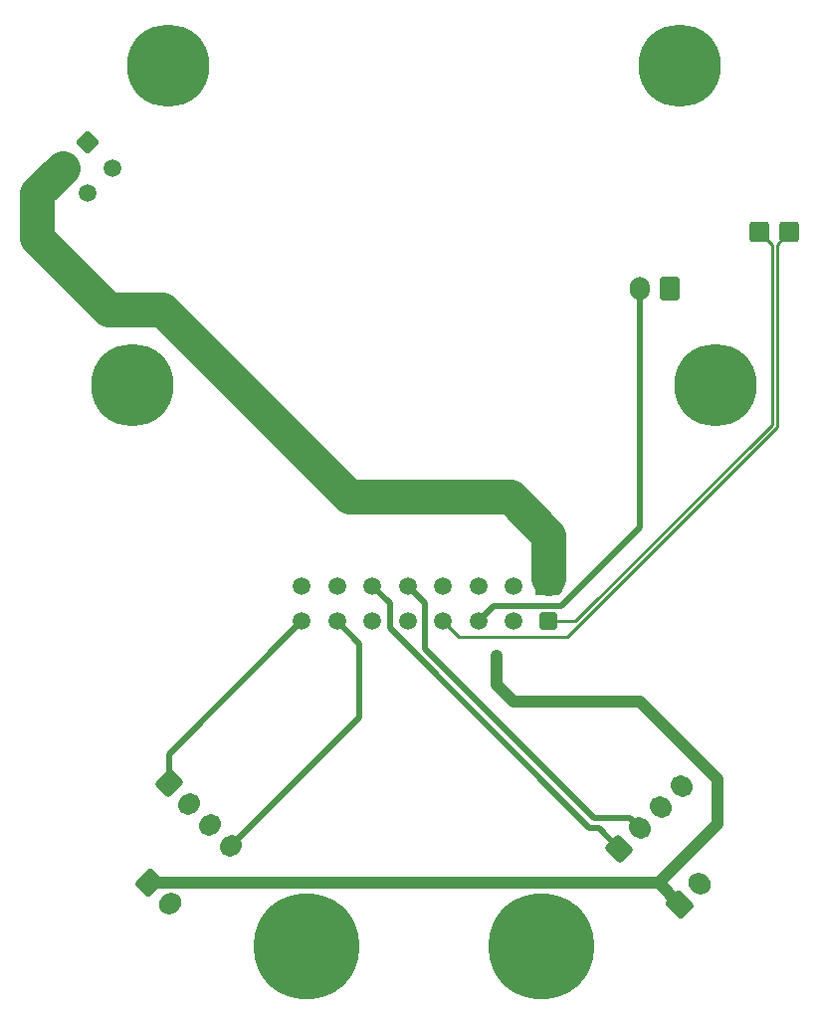
<source format=gbr>
%TF.GenerationSoftware,KiCad,Pcbnew,(6.0.8)*%
%TF.CreationDate,2023-01-17T07:54:29-05:00*%
%TF.ProjectId,K1+K2 Carabiner for Round Heatsinks,4b312b4b-3220-4436-9172-6162696e6572,rev?*%
%TF.SameCoordinates,Original*%
%TF.FileFunction,Copper,L1,Top*%
%TF.FilePolarity,Positive*%
%FSLAX46Y46*%
G04 Gerber Fmt 4.6, Leading zero omitted, Abs format (unit mm)*
G04 Created by KiCad (PCBNEW (6.0.8)) date 2023-01-17 07:54:29*
%MOMM*%
%LPD*%
G01*
G04 APERTURE LIST*
G04 Aperture macros list*
%AMRoundRect*
0 Rectangle with rounded corners*
0 $1 Rounding radius*
0 $2 $3 $4 $5 $6 $7 $8 $9 X,Y pos of 4 corners*
0 Add a 4 corners polygon primitive as box body*
4,1,4,$2,$3,$4,$5,$6,$7,$8,$9,$2,$3,0*
0 Add four circle primitives for the rounded corners*
1,1,$1+$1,$2,$3*
1,1,$1+$1,$4,$5*
1,1,$1+$1,$6,$7*
1,1,$1+$1,$8,$9*
0 Add four rect primitives between the rounded corners*
20,1,$1+$1,$2,$3,$4,$5,0*
20,1,$1+$1,$4,$5,$6,$7,0*
20,1,$1+$1,$6,$7,$8,$9,0*
20,1,$1+$1,$8,$9,$2,$3,0*%
%AMHorizOval*
0 Thick line with rounded ends*
0 $1 width*
0 $2 $3 position (X,Y) of the first rounded end (center of the circle)*
0 $4 $5 position (X,Y) of the second rounded end (center of the circle)*
0 Add line between two ends*
20,1,$1,$2,$3,$4,$5,0*
0 Add two circle primitives to create the rounded ends*
1,1,$1,$2,$3*
1,1,$1,$4,$5*%
G04 Aperture macros list end*
%TA.AperFunction,ComponentPad*%
%ADD10RoundRect,0.250000X-0.954594X-0.106066X-0.106066X-0.954594X0.954594X0.106066X0.106066X0.954594X0*%
%TD*%
%TA.AperFunction,ComponentPad*%
%ADD11HorizOval,1.700000X-0.106066X-0.106066X0.106066X0.106066X0*%
%TD*%
%TA.AperFunction,ComponentPad*%
%ADD12RoundRect,0.250000X0.088388X-0.936916X0.936916X-0.088388X-0.088388X0.936916X-0.936916X0.088388X0*%
%TD*%
%TA.AperFunction,ComponentPad*%
%ADD13HorizOval,1.700000X-0.088388X0.088388X0.088388X-0.088388X0*%
%TD*%
%TA.AperFunction,ComponentPad*%
%ADD14RoundRect,0.250001X0.499999X0.499999X-0.499999X0.499999X-0.499999X-0.499999X0.499999X-0.499999X0*%
%TD*%
%TA.AperFunction,ComponentPad*%
%ADD15C,1.500000*%
%TD*%
%TA.AperFunction,ComponentPad*%
%ADD16RoundRect,0.297500X-0.552500X-0.577500X0.552500X-0.577500X0.552500X0.577500X-0.552500X0.577500X0*%
%TD*%
%TA.AperFunction,ComponentPad*%
%ADD17C,7.000000*%
%TD*%
%TA.AperFunction,ComponentPad*%
%ADD18C,9.000000*%
%TD*%
%TA.AperFunction,ComponentPad*%
%ADD19RoundRect,0.250000X-0.936916X-0.088388X-0.088388X-0.936916X0.936916X0.088388X0.088388X0.936916X0*%
%TD*%
%TA.AperFunction,ComponentPad*%
%ADD20HorizOval,1.700000X-0.088388X-0.088388X0.088388X0.088388X0*%
%TD*%
%TA.AperFunction,ComponentPad*%
%ADD21RoundRect,0.250000X0.600000X0.750000X-0.600000X0.750000X-0.600000X-0.750000X0.600000X-0.750000X0*%
%TD*%
%TA.AperFunction,ComponentPad*%
%ADD22O,1.700000X2.000000*%
%TD*%
%TA.AperFunction,ComponentPad*%
%ADD23RoundRect,0.250000X0.106066X-0.954594X0.954594X-0.106066X-0.106066X0.954594X-0.954594X0.106066X0*%
%TD*%
%TA.AperFunction,ComponentPad*%
%ADD24HorizOval,1.700000X-0.106066X0.106066X0.106066X-0.106066X0*%
%TD*%
%TA.AperFunction,ComponentPad*%
%ADD25RoundRect,0.250001X0.000000X0.707105X-0.707105X0.000000X0.000000X-0.707105X0.707105X0.000000X0*%
%TD*%
%TA.AperFunction,ViaPad*%
%ADD26C,1.000000*%
%TD*%
%TA.AperFunction,Conductor*%
%ADD27C,1.000000*%
%TD*%
%TA.AperFunction,Conductor*%
%ADD28C,0.500000*%
%TD*%
%TA.AperFunction,Conductor*%
%ADD29C,0.250000*%
%TD*%
%TA.AperFunction,Conductor*%
%ADD30C,3.000000*%
%TD*%
G04 APERTURE END LIST*
D10*
%TO.P,P_CF2,1,Pin_1*%
%TO.N,AltVolt*%
X38735000Y-104775000D03*
D11*
%TO.P,P_CF2,2,Pin_2*%
%TO.N,PcFanGnd*%
X40502767Y-106542767D03*
%TD*%
D12*
%TO.P,EStepper1,1,Pin_1*%
%TO.N,Stepper2B*%
X78740000Y-101854000D03*
D13*
%TO.P,EStepper1,2,Pin_2*%
%TO.N,Stepper2A*%
X80507767Y-100086233D03*
%TO.P,EStepper1,3,Pin_3*%
%TO.N,Stepper1B*%
X82275534Y-98318466D03*
%TO.P,EStepper1,4,Pin_4*%
%TO.N,Stepper1A*%
X84043301Y-96550699D03*
%TD*%
D14*
%TO.P,Carabiner_Input1,1,Pin_1*%
%TO.N,ThChamber*%
X72730000Y-82500000D03*
D15*
%TO.P,Carabiner_Input1,2,Pin_2*%
%TO.N,PcFanGnd*%
X69730000Y-82500000D03*
%TO.P,Carabiner_Input1,3,Pin_3*%
%TO.N,HotendFanGnd*%
X66730000Y-82500000D03*
%TO.P,Carabiner_Input1,4,Pin_4*%
%TO.N,ThCommonGnd*%
X63730000Y-82500000D03*
%TO.P,Carabiner_Input1,5,Pin_5*%
%TO.N,Stepper1A*%
X60730000Y-82500000D03*
%TO.P,Carabiner_Input1,6,Pin_6*%
%TO.N,Stepper1B*%
X57730000Y-82500000D03*
%TO.P,Carabiner_Input1,7,Pin_7*%
%TO.N,A1*%
X54730000Y-82500000D03*
%TO.P,Carabiner_Input1,8,Pin_8*%
%TO.N,A4*%
X51730000Y-82500000D03*
%TO.P,Carabiner_Input1,9,Pin_9*%
%TO.N,HotendVoltage*%
X72730000Y-79500000D03*
%TO.P,Carabiner_Input1,10,Pin_10*%
%TO.N,HotendNeg*%
X69730000Y-79500000D03*
%TO.P,Carabiner_Input1,11,Pin_11*%
%TO.N,AltVolt*%
X66730000Y-79500000D03*
%TO.P,Carabiner_Input1,12,Pin_12*%
%TO.N,ThHotend*%
X63730000Y-79500000D03*
%TO.P,Carabiner_Input1,13,Pin_13*%
%TO.N,Stepper2A*%
X60730000Y-79500000D03*
%TO.P,Carabiner_Input1,14,Pin_14*%
%TO.N,Stepper2B*%
X57730000Y-79500000D03*
%TO.P,Carabiner_Input1,15,Pin_15*%
%TO.N,A2-*%
X54730000Y-79500000D03*
%TO.P,Carabiner_Input1,16,Pin_16*%
%TO.N,A2+*%
X51730000Y-79500000D03*
%TD*%
D16*
%TO.P,ChamberTh1,1,Pin_1*%
%TO.N,ThChamber*%
X90678000Y-49403000D03*
%TO.P,ChamberTh1,2,Pin_2*%
%TO.N,ThCommonGnd*%
X93218000Y-49403000D03*
%TD*%
D17*
%TO.P,H5,1*%
%TO.N,N/C*%
X37287074Y-62414644D03*
%TD*%
D18*
%TO.P,H1,1*%
%TO.N,N/C*%
X52106522Y-110180268D03*
%TD*%
D17*
%TO.P,H4,1*%
%TO.N,N/C*%
X86925970Y-62414644D03*
%TD*%
%TO.P,H3,1*%
%TO.N,N/C*%
X83856522Y-35180268D03*
%TD*%
%TO.P,H6,1*%
%TO.N,N/C*%
X40356522Y-35180268D03*
%TD*%
D19*
%TO.P,ZBeacon1,1,Pin_1*%
%TO.N,A4*%
X40391581Y-96291119D03*
D20*
%TO.P,ZBeacon1,2,Pin_2*%
%TO.N,A2+*%
X42159348Y-98058886D03*
%TO.P,ZBeacon1,3,Pin_3*%
%TO.N,A2-*%
X43927115Y-99826653D03*
%TO.P,ZBeacon1,4,Pin_4*%
%TO.N,A1*%
X45694882Y-101594420D03*
%TD*%
D18*
%TO.P,H2,1*%
%TO.N,N/C*%
X72106522Y-110180268D03*
%TD*%
D21*
%TO.P,HE_CF1,1,Pin_1*%
%TO.N,AltVolt*%
X83018000Y-54229000D03*
D22*
%TO.P,HE_CF1,2,Pin_2*%
%TO.N,HotendFanGnd*%
X80518000Y-54229000D03*
%TD*%
D23*
%TO.P,P_CF1,1,Pin_1*%
%TO.N,AltVolt*%
X83834886Y-106557653D03*
D24*
%TO.P,P_CF1,2,Pin_2*%
%TO.N,PcFanGnd*%
X85602653Y-104789886D03*
%TD*%
D25*
%TO.P,Th+He1,1,Pin_1*%
%TO.N,HotendNeg*%
X33488551Y-41781231D03*
D15*
%TO.P,Th+He1,2,Pin_2*%
%TO.N,HotendVoltage*%
X31367231Y-43902551D03*
%TO.P,Th+He1,3,Pin_3*%
%TO.N,ThHotend*%
X35609871Y-43902551D03*
%TO.P,Th+He1,4,Pin_4*%
%TO.N,ThCommonGnd*%
X33488551Y-46023872D03*
%TD*%
D26*
%TO.N,AltVolt*%
X68300000Y-85400000D03*
%TD*%
D27*
%TO.N,AltVolt*%
X87100000Y-95900000D02*
X87100000Y-99700000D01*
X69700000Y-89300000D02*
X80500000Y-89300000D01*
X82052233Y-104747767D02*
X87100000Y-99700000D01*
X68300000Y-85400000D02*
X68300000Y-87900000D01*
X68300000Y-87900000D02*
X69700000Y-89300000D01*
X82052233Y-104775000D02*
X38735000Y-104775000D01*
X83834886Y-106557653D02*
X82052233Y-104775000D01*
X80500000Y-89300000D02*
X87100000Y-95900000D01*
X82052233Y-104775000D02*
X82052233Y-104747767D01*
D28*
%TO.N,HotendFanGnd*%
X68030000Y-81200000D02*
X73800000Y-81200000D01*
X80518000Y-74482000D02*
X80518000Y-54229000D01*
X66730000Y-82500000D02*
X68030000Y-81200000D01*
X73800000Y-81200000D02*
X80518000Y-74482000D01*
D29*
%TO.N,ThChamber*%
X91700000Y-65800000D02*
X91700000Y-50425000D01*
X75000000Y-82500000D02*
X91700000Y-65800000D01*
X91700000Y-50425000D02*
X90678000Y-49403000D01*
X72730000Y-82500000D02*
X75000000Y-82500000D01*
%TO.N,ThCommonGnd*%
X74318198Y-83818198D02*
X92150000Y-65986396D01*
X63730000Y-82500000D02*
X65048198Y-83818198D01*
X65048198Y-83818198D02*
X74318198Y-83818198D01*
X92150000Y-50471000D02*
X93218000Y-49403000D01*
X92150000Y-65986396D02*
X92150000Y-50471000D01*
D28*
%TO.N,A1*%
X45694882Y-101594420D02*
X56642000Y-90647302D01*
X56642000Y-84412000D02*
X54730000Y-82500000D01*
X56642000Y-90647302D02*
X56642000Y-84412000D01*
%TO.N,A4*%
X40391581Y-93838419D02*
X51730000Y-82500000D01*
X40391581Y-96291119D02*
X40391581Y-93838419D01*
D30*
%TO.N,HotendVoltage*%
X72730000Y-75143000D02*
X72730000Y-78830000D01*
X31367231Y-43902551D02*
X29200000Y-46069782D01*
X55753000Y-71882000D02*
X69469000Y-71882000D01*
X69469000Y-71882000D02*
X72730000Y-75143000D01*
X35306000Y-56007000D02*
X39878000Y-56007000D01*
X39878000Y-56007000D02*
X55753000Y-71882000D01*
X29200000Y-46069782D02*
X29200000Y-49901000D01*
X29200000Y-49901000D02*
X35306000Y-56007000D01*
D28*
%TO.N,Stepper2B*%
X78740000Y-101854000D02*
X78740000Y-101840000D01*
X78740000Y-101840000D02*
X77000000Y-100100000D01*
X59200000Y-80970000D02*
X57730000Y-79500000D01*
X76200000Y-100100000D02*
X59200000Y-83100000D01*
X77000000Y-100100000D02*
X76200000Y-100100000D01*
X59200000Y-83100000D02*
X59200000Y-80970000D01*
%TO.N,Stepper2A*%
X62200000Y-84827208D02*
X76572792Y-99200000D01*
X76572792Y-99200000D02*
X79621534Y-99200000D01*
X62200000Y-80970000D02*
X62200000Y-84827208D01*
X79621534Y-99200000D02*
X80507767Y-100086233D01*
X60730000Y-79500000D02*
X62200000Y-80970000D01*
%TD*%
%TA.AperFunction,Conductor*%
%TO.N,HotendVoltage*%
G36*
X73842121Y-77120002D02*
G01*
X73888614Y-77173658D01*
X73900000Y-77226000D01*
X73900000Y-79845022D01*
X73879998Y-79913143D01*
X73863095Y-79934117D01*
X73534117Y-80263095D01*
X73471805Y-80297121D01*
X73445022Y-80300000D01*
X71726000Y-80300000D01*
X71657879Y-80279998D01*
X71611386Y-80226342D01*
X71600000Y-80174000D01*
X71600000Y-77226000D01*
X71620002Y-77157879D01*
X71673658Y-77111386D01*
X71726000Y-77100000D01*
X73774000Y-77100000D01*
X73842121Y-77120002D01*
G37*
%TD.AperFunction*%
%TD*%
M02*

</source>
